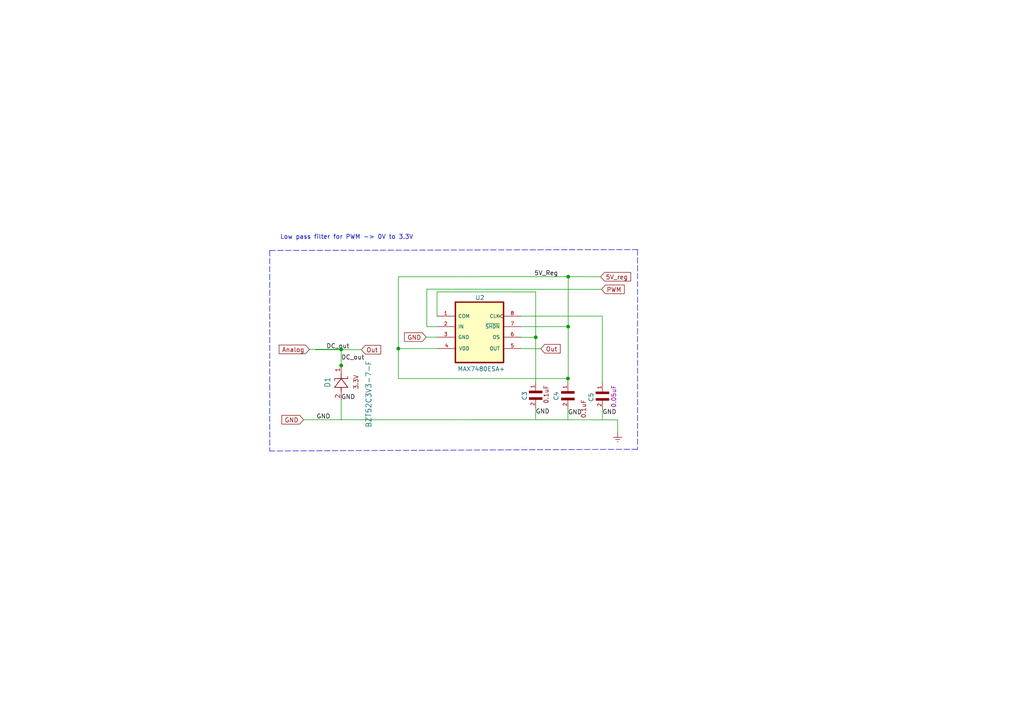
<source format=kicad_sch>
(kicad_sch (version 20231120) (generator "eeschema") (generator_version "8.0")
  (paper "A4")
  (lib_symbols
    (symbol "12102C104KAT2A_1" (pin_names (offset 1.016))
      (property "Reference" "C3" (at 1.3462 -3.4036 0))
      (symbol "12102C104KAT2A_1_0_0"
        (rectangle (start 0 -1.9069) (end 0.635 1.905) (stroke (width 0.1)) (fill (type outline)))
        (rectangle (start 1.9069 -1.9069) (end 2.54 1.905) (stroke (width 0.1)) (fill (type outline)))
        (pin passive line (at -2.54 0 0) (length 2.54) (name "~") (number "1"))
        (pin passive line (at 5.08 0 180) (length 2.54) (name "~") (number "2"))
      )
      (symbol "12102C104KAT2A_1_1_1"
        (text "0.1uF" (at 1.016 3.048 0) (effects (font (size 1.27 1.27))))
      )
    )
    (symbol "RobotSymLib:12065C503JAT2A" (pin_names (offset 1.016))
      (property "Reference" "C" (at 0 3.8109 0))
      (property "Value" "12065C503JAT2A" (at 0 -5.0885 0))
      (symbol "12065C503JAT2A_0_0"
        (rectangle (start 0 -1.9069) (end 0.635 1.905) (stroke (width 0.1)) (fill (type outline)))
        (rectangle (start 1.9069 -1.9069) (end 2.54 1.905) (stroke (width 0.1)) (fill (type outline)))
        (pin passive line (at -2.54 0 0) (length 2.54) (name "~") (number "1"))
        (pin passive line (at 5.08 0 180) (length 2.54) (name "~") (number "2"))
      )
    )
    (symbol "RobotSymLib:12102C104KAT2A" (pin_names (offset 1.016))
      (property "Reference" "C" (at 0 3.8109 0))
      (property "Value" "12102C104KAT2A" (at 0 -5.0885 0))
      (symbol "12102C104KAT2A_0_0"
        (rectangle (start 0 -1.9069) (end 0.635 1.905) (stroke (width 0.1)) (fill (type outline)))
        (rectangle (start 1.9069 -1.9069) (end 2.54 1.905) (stroke (width 0.1)) (fill (type outline)))
        (pin passive line (at -2.54 0 0) (length 2.54) (name "~") (number "1"))
        (pin passive line (at 5.08 0 180) (length 2.54) (name "~") (number "2"))
      )
      (symbol "12102C104KAT2A_1_1"
        (text "0.1uF" (at 5.08 4.572 0) (effects (font (size 1.27 1.27))))
      )
    )
    (symbol "RobotSymLib:BZT52C3V3-7-F" (pin_names (offset 0.254))
      (property "Reference" "D1" (at 3.556 3.81 0))
      (symbol "BZT52C3V3-7-F_0_0"
        (polyline (pts (xy 5.715 1.905) (xy 6.35 1.905)))
        (polyline (pts (xy 6.35 -1.905) (xy 6.985 -1.905)))
        (text "3.3V" (at 5.334 -4.318 0) (effects (font (size 1.27 1.27))))
      )
      (symbol "BZT52C3V3-7-F_1_1"
        (polyline (pts (xy 2.54 0) (xy 3.4798 0)) (stroke (width 0.2032)))
        (polyline (pts (xy 3.175 0) (xy 3.81 0)) (stroke (width 0.2032)))
        (polyline (pts (xy 3.81 -1.905) (xy 6.35 0)) (stroke (width 0.2032)))
        (polyline (pts (xy 3.81 1.905) (xy 3.81 -1.905)) (stroke (width 0.2032)))
        (polyline (pts (xy 6.35 -1.905) (xy 6.35 1.905)) (stroke (width 0.2032)))
        (polyline (pts (xy 6.35 0) (xy 3.81 1.905)) (stroke (width 0.2032)))
        (polyline (pts (xy 6.35 0) (xy 7.62 0)) (stroke (width 0.2032)))
        (pin unspecified line (at 10.16 0 180) (length 2.54) (name "") (number "1"))
        (pin unspecified line (at 0 0 0) (length 2.54) (name "") (number "2"))
      )
      (symbol "BZT52C3V3-7-F_1_2"
        (polyline (pts (xy -1.905 3.81) (xy 1.905 3.81)) (stroke (width 0.2032)))
        (polyline (pts (xy 0 2.54) (xy 0 3.4798)) (stroke (width 0.2032)))
        (polyline (pts (xy 0 3.175) (xy 0 3.81)) (stroke (width 0.2032)))
        (polyline (pts (xy 0 6.35) (xy -1.905 3.81)) (stroke (width 0.2032)))
        (polyline (pts (xy 0 6.35) (xy 0 7.62)) (stroke (width 0.2032)))
        (polyline (pts (xy 1.905 3.81) (xy 0 6.35)) (stroke (width 0.2032)))
        (polyline (pts (xy 1.905 6.35) (xy -1.905 6.35)) (stroke (width 0.2032)))
        (pin unspecified line (at 0 10.16 270) (length 2.54) (name "") (number "1"))
        (pin unspecified line (at 0 0 90) (length 2.54) (name "") (number "2"))
      )
    )
    (symbol "RobotSymLib:MAX7480ESA+" (pin_names (offset 1.016))
      (property "Reference" "U2" (at -5.842 16.51 0))
      (property "Value" "MAX7480ESA+" (at -6.2484 -4.1402 0))
      (symbol "MAX7480ESA+_0_0"
        (rectangle (start -12.7 15.24) (end 1.27 -2.286) (stroke (width 0.41)) (fill (type background)))
        (pin input line (at 6.604 11.176 180) (length 5.08) (name "COM") (number "1"))
        (pin input line (at 6.604 8.128 180) (length 5.08) (name "IN") (number "2"))
        (pin unspecified line (at 6.604 5.08 180) (length 5.08) (name "GND") (number "3"))
        (pin power_in line (at 6.35 1.778 180) (length 5.08) (name "VDD") (number "4"))
        (pin output line (at -17.78 1.778 0) (length 5.08) (name "OUT") (number "5"))
        (pin input line (at -17.78 5.08 0) (length 5.08) (name "OS") (number "6"))
        (pin input line (at -17.78 8.128 0) (length 5.08) (name "~{SHDN}") (number "7"))
        (pin input clock (at -17.78 11.176 0) (length 5.08) (name "CLK") (number "8"))
      )
    )
    (symbol "myKiCadGlobalSymbolLibrary:GNDREF" (power) (pin_names (offset 0))
      (property "Value" "GNDREF" (at 0 -3.81 0))
      (symbol "GNDREF_0_1"
        (polyline (pts (xy -0.635 -1.905) (xy 0.635 -1.905)))
        (polyline (pts (xy -0.127 -2.54) (xy 0.127 -2.54)))
        (polyline (pts (xy 0 -1.27) (xy 0 0)))
        (polyline (pts (xy 1.27 -1.27) (xy -1.27 -1.27)))
      )
      (symbol "GNDREF_1_1"
        (pin power_in line (at 0 0 270) (length 0) hide (name "GNDREF") (number "1"))
      )
    )
  )
  (junction (at 164.7293 109.7857))
  (junction (at 164.804 80.2483))
  (junction (at 98.9584 105.9942))
  (junction (at 98.9619 101.3202))
  (junction (at 115.544 101.1032))
  (junction (at 155.382 97.8318))
  (junction (at 164.7919 94.7235))
  (wire (pts (xy 174.6936 91.6809) (xy 174.6775 111.0448)))
  (wire (pts (xy 164.804 94.7235) (xy 164.804 109.7857)))
  (polyline (pts (xy 78.232 72.644) (xy 78.232 130.81)) (stroke (width 0) (type dash)))
  (wire (pts (xy 164.804 80.2483) (xy 174.2137 80.2676)))
  (wire (pts (xy 126.746 91.694) (xy 126.746 84.6646)))
  (wire (pts (xy 164.7293 109.7857) (xy 164.804 109.7857)))
  (wire (pts (xy 123.7863 94.7487) (xy 126.746 94.742)))
  (wire (pts (xy 155.3468 120.3557) (xy 155.3711 118.451)))
  (polyline (pts (xy 78.232 72.644) (xy 184.912 72.39)) (stroke (width 0) (type dash)))
  (wire (pts (xy 115.544 109.8042) (xy 164.7293 109.7857)))
  (wire (pts (xy 151.1392 97.8306) (xy 151.13 97.79)))
  (wire (pts (xy 151.13 101.092) (xy 156.8487 101.1519)))
  (wire (pts (xy 174.7342 118.7032) (xy 174.7363 121.7521)))
  (wire (pts (xy 155.3468 120.3557) (xy 155.3468 121.6257)))
  (wire (pts (xy 151.13 94.742) (xy 164.7919 94.7235)))
  (wire (pts (xy 164.719 118.5838) (xy 164.719 121.7939)))
  (wire (pts (xy 127 101.092) (xy 115.544 101.1032)))
  (wire (pts (xy 115.544 101.1032) (xy 115.5377 80.2668)))
  (wire (pts (xy 91.4943 101.3964) (xy 98.9619 101.3202)))
  (wire (pts (xy 123.6189 97.7828) (xy 126.746 97.79)))
  (wire (pts (xy 98.9584 116.1542) (xy 98.9584 121.8526)))
  (wire (pts (xy 91.4943 101.3964) (xy 104.8004 101.4222)))
  (wire (pts (xy 155.3718 84.6698) (xy 155.381 97.9184)))
  (wire (pts (xy 123.7863 83.867) (xy 123.7863 94.7487)))
  (wire (pts (xy 155.382 97.8318) (xy 155.3711 110.831)))
  (wire (pts (xy 164.7919 94.7235) (xy 164.804 94.7235)))
  (wire (pts (xy 174.6775 111.0448) (xy 174.7342 111.0832)))
  (wire (pts (xy 115.544 101.1032) (xy 115.544 109.8042)))
  (wire (pts (xy 115.5377 80.2668) (xy 164.804 80.2483)))
  (wire (pts (xy 98.9619 101.3202) (xy 89.7387 101.3455)))
  (wire (pts (xy 155.381 97.9184) (xy 155.382 97.8318)))
  (wire (pts (xy 88.0364 121.7422) (xy 179.1412 121.7667)))
  (polyline (pts (xy 184.912 130.302) (xy 78.232 130.81)) (stroke (width 0) (type dash)))
  (wire (pts (xy 164.7919 94.7235) (xy 164.804 80.2483)))
  (wire (pts (xy 126.746 84.6646) (xy 155.3718 84.6698)))
  (polyline (pts (xy 184.912 72.39) (xy 184.912 130.302)) (stroke (width 0) (type dash)))
  (wire (pts (xy 151.13 91.694) (xy 174.6936 91.6809)))
  (wire (pts (xy 179.1412 121.7667) (xy 179.1412 125.5767)))
  (wire (pts (xy 98.9584 105.9942) (xy 99.0161 105.7546)))
  (wire (pts (xy 174.4702 83.9215) (xy 123.7863 83.867)))
  (wire (pts (xy 164.7293 109.7857) (xy 164.719 110.9638)))
  (wire (pts (xy 151.1392 97.8306) (xy 155.382 97.8318)))
  (wire (pts (xy 98.9584 105.9942) (xy 98.9619 101.3202)))
  (text "Low pass filter for PWM -> 0V to 3.3V" (at 119.888 69.596 0) (effects (font (size 1.27 1.27)) (justify right bottom)))
  (label "GND" (at 98.9584 116.1542 0))
  (label "GND" (at 155.3468 120.3557 0))
  (label "GND" (at 174.7354 120.5115 0))
  (label "5V_Reg" (at 154.9182 80.2676 0))
  (label "DC_out" (at 98.9594 104.6791 0))
  (label "GND" (at 91.7668 121.8 0))
  (label "DC_out" (at 94.6404 101.4172 0))
  (label "GND" (at 164.719 120.5734 0))
  (global_label "Out" (shape input) (at 156.8487 101.1519 0) (property "Intersheetrefs" "${INTERSHEET_REFS}" (effects (hide yes))))
  (global_label "PWM" (shape input) (at 174.4702 83.9215 0) (property "Intersheetrefs" "${INTERSHEET_REFS}" (effects (hide yes))))
  (global_label "GND" (shape input) (at 88.0364 121.7422 180) (property "Intersheetrefs" "${INTERSHEET_REFS}" (effects (hide yes))))
  (global_label "GND" (shape input) (at 123.6189 97.7828 180) (property "Intersheetrefs" "${INTERSHEET_REFS}" (effects (hide yes))))
  (global_label "Analog" (shape input) (at 89.7387 101.3455 180) (property "Intersheetrefs" "${INTERSHEET_REFS}" (effects (hide yes))))
  (global_label "Out" (shape input) (at 104.8004 101.4222 0) (property "Intersheetrefs" "${INTERSHEET_REFS}" (effects (hide yes))))
  (global_label "5V_reg" (shape input) (at 174.2137 80.2676 0) (property "Intersheetrefs" "${INTERSHEET_REFS}" (effects (hide yes))))
  (symbol (lib_id "RobotSymLib:12065C503JAT2A") (at 174.7342 113.6232 270) (unit 1)
    (property "Reference" "C5" (at 171.4322 113.8772 0) (effects (justify left)))
    (property "Value" "12065C503JAT2A" (effects (hide yes)))
    (property "Footprint" "RobotFtpLib:12065C503JAT2A" (effects (hide yes)))
    (property "Capacitance" "0.05uF" (at 178.0362 111.5912 0) (effects (justify left)))
  )
  (symbol (lib_id "RobotSymLib:BZT52C3V3-7-F") (at 98.9584 116.1542 90) (unit 1)
    (property "Reference" "D1" (at 94.996 112.522 0) (effects (font (size 1.524 1.524)) (justify left)))
    (property "Value" "BZT52C3V3-7-F" (at 106.934 114.3 0) (effects (font (size 1.524 1.524))))
    (property "Footprint" "RobotFtpLib:BZT52C3V3-7-F" (effects (hide yes)))
    (property "Datasheet" "BZT52C3V3-7-F" (effects (hide yes)))
  )
  (symbol (lib_id "myKiCadGlobalSymbolLibrary:GNDREF") (at 179.1412 125.5767 0) (unit 1)
    (property "Reference" "#PWR01" (effects (hide yes)))
    (property "Value" "GNDREF" (effects (hide yes)))
  )
  (symbol (lib_name "12102C104KAT2A_1") (lib_id "RobotSymLib:12102C104KAT2A") (at 155.3711 113.371 270) (unit 1)
    (property "Reference" "C3" (at 152.146 114.808 0))
    (property "Value" "12102C104KAT2A" (effects (hide yes)))
    (property "Footprint" "CAPC3325X127N" (effects (hide yes)))
  )
  (symbol (lib_id "RobotSymLib:MAX7480ESA+") (at 133.35 102.87 0) (mirror y) (unit 1)
    (property "Reference" "U2" (at 139.192 86.36 0))
    (property "Value" "MAX7480ESA+" (at 139.5984 107.0102 0))
    (property "Footprint" "RobotFtpLib:MAX7480ESA" (effects (hide yes)))
  )
  (symbol (lib_id "RobotSymLib:12102C104KAT2A") (at 164.719 113.5038 270) (unit 1)
    (property "Reference" "C4" (at 161.3154 114.85 0))
    (property "Value" "12102C104KAT2A" (effects (hide yes)))
    (property "Footprint" "CAPC3325X127N" (effects (hide yes)))
  )
)
</source>
